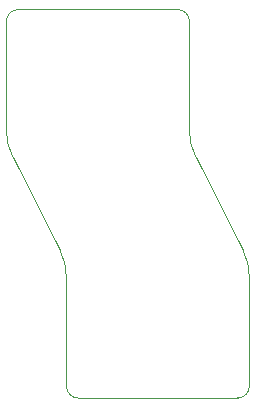
<source format=gbr>
%TF.GenerationSoftware,KiCad,Pcbnew,8.0.2*%
%TF.CreationDate,2024-12-23T10:52:28+01:00*%
%TF.ProjectId,flexconnector,666c6578-636f-46e6-9e65-63746f722e6b,rev?*%
%TF.SameCoordinates,Original*%
%TF.FileFunction,Profile,NP*%
%FSLAX46Y46*%
G04 Gerber Fmt 4.6, Leading zero omitted, Abs format (unit mm)*
G04 Created by KiCad (PCBNEW 8.0.2) date 2024-12-23 10:52:28*
%MOMM*%
%LPD*%
G01*
G04 APERTURE LIST*
%TA.AperFunction,Profile*%
%ADD10C,0.050000*%
%TD*%
G04 APERTURE END LIST*
D10*
X38751000Y-23876000D02*
G75*
G02*
X39751000Y-24876000I0J-1000000D01*
G01*
X24257000Y-24876000D02*
G75*
G02*
X25257000Y-23876000I1000000J0D01*
G01*
X30337000Y-56769000D02*
G75*
G02*
X29337000Y-55769000I0J1000000D01*
G01*
X44831000Y-55769000D02*
G75*
G02*
X43831000Y-56769000I-1000000J0D01*
G01*
X40290214Y-36370948D02*
G75*
G02*
X39750990Y-34112322I4460786J2258648D01*
G01*
X44291786Y-44274052D02*
G75*
G02*
X44831010Y-46532678I-4460786J-2258648D01*
G01*
X28797786Y-44274052D02*
G75*
G02*
X29337010Y-46532678I-4460786J-2258648D01*
G01*
X24796214Y-36370948D02*
G75*
G02*
X24256990Y-34112322I4460786J2258648D01*
G01*
X28797786Y-44274052D02*
X24796214Y-36370948D01*
X40290214Y-36370948D02*
X44291786Y-44274052D01*
X25257000Y-23876000D02*
X38751000Y-23876000D01*
X24257000Y-34112322D02*
X24257000Y-24876000D01*
X39751000Y-34112322D02*
X39751000Y-24876000D01*
X29337000Y-55769000D02*
X29337000Y-46532678D01*
X44831000Y-55769000D02*
X44831000Y-46532678D01*
X30337000Y-56769000D02*
X43831000Y-56769000D01*
M02*

</source>
